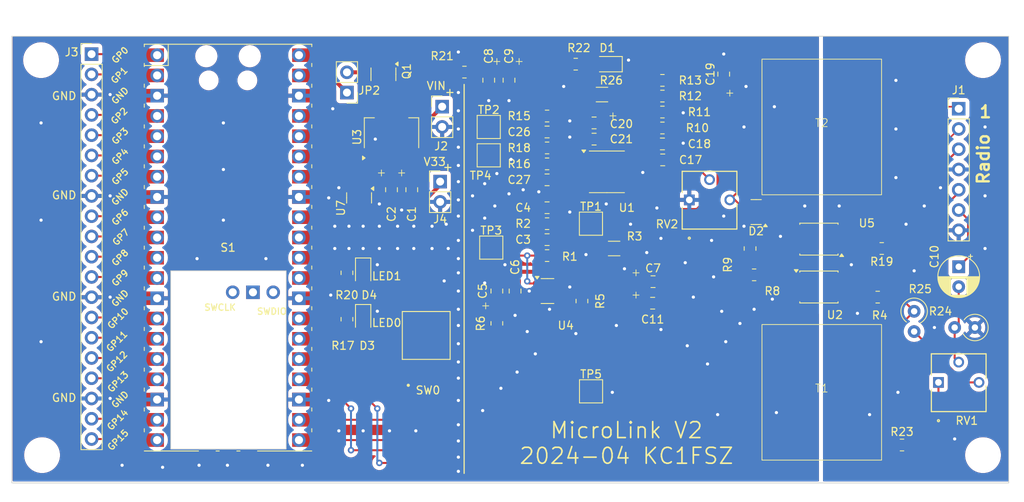
<source format=kicad_pcb>
(kicad_pcb (version 20240108) (generator "pcbnew") (generator_version "8.0")
  (layers (0 "F.Cu" signal) (31 "B.Cu" signal) (34 "B.Paste" user) (35 "F.Paste" user) (36 "B.SilkS" user "B.Silkscreen") (37 "F.SilkS" user "F.Silkscreen") (38 "B.Mask" user) (39 "F.Mask" user) (44 "Edge.Cuts" user))
  (net 0 "")
  (net 1 "+3.3VA")
  (net 2 "GNDA")
  (net 3 "Net-(C3-Pad1)")
  (net 4 "Net-(U1B--)")
  (net 5 "Net-(T1-SA)")
  (net 6 "Net-(C17-Pad1)")
  (net 7 "Net-(U1B-+)")
  (net 8 "Net-(C19-Pad1)")
  (net 9 "+5VA")
  (net 10 "/Audio Input/Vbias")
  (net 11 "Net-(C26-Pad1)")
  (net 12 "Net-(U1D--)")
  (net 13 "Net-(R13-Pad2)")
  (net 14 "Net-(U1A--)")
  (net 15 "Net-(D1-A)")
  (net 16 "RIG_GND")
  (net 17 "RIG_AF_IN")
  (net 18 "RIG_PTT")
  (net 19 "RIG_COS")
  (net 20 "SW0")
  (net 21 "Net-(U1C--)")
  (net 22 "GPIO_COS")
  (net 23 "GPIO_PTT")
  (net 24 "ADC0")
  (net 25 "Net-(J3-Pin_1)")
  (net 26 "Net-(U4-VOUT)")
  (net 27 "Net-(U1A-+)")
  (net 28 "Net-(R8-Pad2)")
  (net 29 "Net-(D3-A)")
  (net 30 "Net-(D4-A)")
  (net 31 "Net-(T1-AA)")
  (net 32 "Net-(D2-COM)")
  (net 33 "Net-(C10-Pad2)")
  (net 34 "RIG_AF_OUT+")
  (net 35 "RIG_AF_OUT-")
  (net 36 "Net-(S1-ADC_VREF)")
  (net 37 "LED0")
  (net 38 "Net-(R19-Pad2)")
  (net 39 "LED1")
  (net 40 "Net-(J3-Pin_2)")
  (net 41 "Net-(J3-Pin_4)")
  (net 42 "Net-(J3-Pin_5)")
  (net 43 "Net-(J3-Pin_6)")
  (net 44 "Net-(J3-Pin_7)")
  (net 45 "Net-(J3-Pin_9)")
  (net 46 "Net-(J3-Pin_10)")
  (net 47 "Net-(J3-Pin_11)")
  (net 48 "Net-(J3-Pin_12)")
  (net 49 "Net-(J3-Pin_14)")
  (net 50 "Net-(J3-Pin_15)")
  (net 51 "Net-(J3-Pin_16)")
  (net 52 "Net-(J3-Pin_17)")
  (net 53 "Net-(J3-Pin_19)")
  (net 54 "Net-(J3-Pin_20)")
  (net 55 "I2C0_SDA")
  (net 56 "I2C0_SCL")
  (net 61 "Net-(JP2-A)")
  (net 62 "Net-(Q1-G)")
  (net 63 "+3.3V")
  (net 64 "Net-(JP2-B)")
  (net 65 "Net-(R23-Pad2)")
  (net 66 "Net-(R25-Pad2)")
  (net 67 "Net-(C11-Pad1)")
  (net 69 "Net-(R15-Pad2)")
  (footprint "TestPoint:TestPoint_Pad_2.5x2.5mm" (layer "F.Cu") (at 177.8 55.372)
    (property "Reference" "TP2")
    (property "Value" "TestPoint")
  )
  (footprint "Package_TO_SOT_SMD:SOT-23" (layer "F.Cu") (at 211.328 66.04 180)
    (property "Reference" "D2")
    (property "Value" "BAT54S")
  )
  (footprint "bruce-footprints:CPOL_0805_2012Metric_Pad1.18x1.45mm_HandSolder" (layer "F.Cu") (at 165.608 63.241 -90)
    (property "Reference" "C2")
    (property "Value" "10u")
  )
  (footprint "Resistor_SMD:R_0805_2012Metric_Pad1.20x1.40mm_HandSolder" (layer "F.Cu") (at 174.752 48.4925)
    (property "Reference" "R21")
    (property "Value" "4.7")
  )
  (footprint "Resistor_SMD:R_0805_2012Metric_Pad1.20x1.40mm_HandSolder" (layer "F.Cu") (at 178.816 79.994 -90)
    (property "Reference" "R6")
    (property "Value" "10k")
  )
  (footprint "Resistor_SMD:R_0805_2012Metric_Pad1.20x1.40mm_HandSolder" (layer "F.Cu") (at 185.114 60)
    (property "Reference" "R16")
    (property "Value" "2.7k")
  )
  (footprint "bruce-footprints:CPOL_0805_2012Metric_Pad1.18x1.45mm_HandSolder" (layer "F.Cu") (at 168.148 63.241 -90)
    (property "Reference" "C1")
    (property "Value" "10u")
  )
  (footprint "bruce-footprints:CPOL_0805_2012Metric_Pad1.18x1.45mm_HandSolder" (layer "F.Cu") (at 180.34 49.5085 -90)
    (property "Reference" "C9")
    (property "Value" "47u")
  )
  (footprint "Capacitor_THT:CP_Radial_D5.0mm_P2.50mm" (layer "F.Cu") (at 236.728 72.898 -90)
    (property "Reference" "C10")
    (property "Value" "47u (Optional DC Block)")
  )
  (footprint "Resistor_SMD:R_0805_2012Metric_Pad1.20x1.40mm_HandSolder" (layer "F.Cu") (at 211.074 73.914)
    (property "Reference" "R8")
    (property "Value" "200")
  )
  (footprint "TestPoint:TestPoint_Pad_2.5x2.5mm" (layer "F.Cu") (at 177.8 58.928)
    (property "Reference" "TP4")
    (property "Value" "TestPoint")
  )
  (footprint "Connector_PinHeader_2.54mm:PinHeader_1x07_P2.54mm_Vertical" (layer "F.Cu") (at 236.728 53.086)
    (property "Reference" "J1")
    (property "Value" "Conn_01x07")
  )
  (footprint "Resistor_SMD:R_0805_2012Metric_Pad1.20x1.40mm_HandSolder" (layer "F.Cu") (at 160.02 73.66 -90)
    (property "Reference" "R20")
    (property "Value" "220")
  )
  (footprint "Resistor_SMD:R_0805_2012Metric_Pad1.20x1.40mm_HandSolder" (layer "F.Cu") (at 189.484 77.2 -90)
    (property "Reference" "R5")
    (property "Value" "10k")
  )
  (footprint "Resistor_SMD:R_1206_3216Metric_Pad1.30x1.75mm_HandSolder" (layer "F.Cu") (at 193.522 70.612)
    (property "Reference" "R3")
    (property "Value" "0R")
  )
  (footprint "Resistor_SMD:R_0805_2012Metric_Pad1.20x1.40mm_HandSolder" (layer "F.Cu") (at 229.616 95.25)
    (property "Reference" "R23")
    (property "Value" "0R")
  )
  (footprint "Capacitor_SMD:C_0805_2012Metric_Pad1.18x1.45mm_HandSolder" (layer "F.Cu") (at 181.102 75.946 90)
    (property "Reference" "C6")
    (property "Value" "0.1u")
  )
  (footprint "TestPoint:TestPoint_Pad_2.5x2.5mm" (layer "F.Cu") (at 190.614 67.5)
    (property "Reference" "TP1")
    (property "Value" "AF Out")
  )
  (footprint "Resistor_SMD:R_0805_2012Metric_Pad1.20x1.40mm_HandSolder" (layer "F.Cu") (at 185.114 54)
    (property "Reference" "R15")
    (property "Value" "1.5k")
  )
  (footprint "Resistor_SMD:R_1206_3216Metric_Pad1.30x1.75mm_HandSolder" (layer "F.Cu") (at 191.998 51.308 180)
    (property "Reference" "R26")
    (property "Value" "0R")
  )
  (footprint "Capacitor_SMD:C_0805_2012Metric_Pad1.18x1.45mm_HandSolder" (layer "F.Cu") (at 185.114 69.5)
    (property "Reference" "C3")
    (property "Value" "22n")
  )
  (footprint "Resistor_THT:R_Axial_DIN0309_L9.0mm_D3.2mm_P2.54mm_Vertical" (layer "F.Cu") (at 231.14 78.486 -90)
    (property "Reference" "R25")
    (property "Value" "33k")
  )
  (footprint "bruce-footprints:POT_3362P" (layer "F.Cu") (at 202.946 64.516)
    (property "Reference" "RV2")
    (property "Value" "10k")
  )
  (footprint "Resistor_SMD:R_0805_2012Metric_Pad1.20x1.40mm_HandSolder" (layer "F.Cu") (at 199.5765 51.5 180)
    (property "Reference" "R12")
    (property "Value" "2.2k")
  )
  (footprint "Capacitor_SMD:C_0805_2012Metric_Pad1.18x1.45mm_HandSolder" (layer "F.Cu") (at 191.008 56.896 180)
    (property "Reference" "C21")
    (property "Value" "0.1u")
  )
  (footprint "Resistor_SMD:R_0805_2012Metric_Pad1.20x1.40mm_HandSolder" (layer "F.Cu") (at 185.114 71.5 180)
    (property "Reference" "R1")
    (property "Value" "1.5k")
  )
  (footprint "MountingHole:MountingHole_4mm" (layer "F.Cu") (at 121.666 46.99)
    (property "Reference" "H3" (hide yes))
    (property "Value" "MountingHole")
  )
  (footprint "bruce-footprints:CPOL_0805_2012Metric_Pad1.18x1.45mm_HandSolder" (layer "F.Cu") (at 198.3525 77.47)
    (property "Reference" "C11")
    (property "Value" "47u")
  )
  (footprint "Capacitor_SMD:C_0805_2012Metric_Pad1.18x1.45mm_HandSolder" (layer "F.Cu") (at 185.114 62 180)
    (property "Reference" "C27")
    (property "Value" "10n")
  )
  (footprint "Capacitor_SMD:C_0805_2012Metric_Pad1.18x1.45mm_HandSolder" (layer "F.Cu") (at 199.614 59.5 180)
    (property "Reference" "C17")
    (property "Value" "1u")
  )
  (footprint "MountingHole:MountingHole_4mm" (layer "F.Cu") (at 239.776 46.99)
    (property "Reference" "H2" (hide yes))
    (property "Value" "MountingHole")
  )
  (footprint "Resistor_SMD:R_0805_2012Metric_Pad1.20x1.40mm_HandSolder" (layer "F.Cu") (at 199.5765 55.5 180)
    (property "Reference" "R10")
    (property "Value" "330k 1%")
  )
  (footprint "TestPoint:TestPoint_Pad_2.5x2.5mm" (layer "F.Cu") (at 190.627 88.519)
    (property "Reference" "TP5")
    (property "Value" "TestPoint")
  )
  (footprint "Connector_PinHeader_2.54mm:PinHeader_1x20_P2.54mm_Vertical" (layer "F.Cu") (at 128 46.24)
    (property "Reference" "J3")
    (property "Value" "Conn_01x20")
  )
  (footprint "bruce-footprints:CheapAudioTransformer" (layer "F.Cu") (at 219.558 88.646)
    (property "Reference" "T1")
    (property "Value" "Transformer_1P_1S")
  )
  (footprint "Package_TO_SOT_SMD:SOT-23" (layer "F.Cu") (at 161.544 64.262 -90)
    (property "Reference" "U7")
    (property "Value" "LM4040DBZ-3")
  )
  (footprint "Resistor_SMD:R_0805_2012Metric_Pad1.20x1.40mm_HandSolder" (layer "F.Cu") (at 185.114 58 180)
    (property "Reference" "R18")
    (property "Value" "0R")
  )
  (footprint "MountingHole:MountingHole_4mm" (layer "F.Cu") (at 121.793 96.52)
    (property "Reference" "H4" (hide yes))
    (property "Value" "MountingHole")
  )
  (footprint "bruce-footprints:CPOL_0805_2012Metric_Pad1.18x1.45mm_HandSolder" (layer "F.Cu") (at 178.816 75.946 90)
    (property "Reference" "C5")
    (property "Value" "47u")
  )
  (footprint "Package_SO:SO-4_4.4x3.6mm_P2.54mm" (layer "F.Cu") (at 219.202 75.438)
    (property "Reference" "U2")
    (property "Value" "LTV-356T")
  )
  (footprint "MountingHole:MountingHole_4mm" (layer "F.Cu") (at 239.776 96.52)
    (property "Reference" "H1" (hide yes))
    (property "Value" "MountingHole")
  )
  (footprint "Package_SO:TSSOP-14_4.4x5mm_P0.65mm" (layer "F.Cu") (at 192.614 61)
    (property "Reference" "U1")
    (property "Value" "LMV324 (Actually LTV9161)")
  )
  (footprint "Connector_PinHeader_2.54mm:PinHeader_1x02_P2.54mm_Vertical" (layer "F.Cu") (at 160.02 51.059 180)
    (property "Reference" "JP2")
    (property "Value" "Jumper_2_Bridged")
  )
  (footprint "Resistor_SMD:R_0805_2012Metric_Pad1.20x1.40mm_HandSolder" (layer "F.Cu") (at 199.5765 49.53)
    (property "Reference" "R13")
    (property "Value" "2.2k")
  )
  (footprint "LED_SMD:LED_0805_2012Metric_Pad1.15x1.40mm_HandSolder" (layer "F.Cu") (at 192.681 47.498 180)
    (property "Reference" "D1")
    (property "Value" "Red")
  )
  (footprint "Resistor_SMD:R_0805_2012Metric_Pad1.20x1.40mm_HandSolder" (layer "F.Cu") (at 160.02 79.477 -90)
    (property "Reference" "R17")
    (property "Value" "220")
  )
  (footprint "bruce-footprints:CPOL_0805_2012Metric_Pad1.18x1.45mm_HandSolder" (layer "F.Cu") (at 191.008 54.864 180)
    (property "Reference" "C20")
    (property "Value" "47u")
  )
  (footprint "Resistor_SMD:R_0805_2012Metric_Pad1.20x1.40mm_HandSolder" (layer "F.Cu") (at 199.5765 53.5)
    (property "Reference" "R11")
    (property "Value" "270k 1%")
  )
  (footprint "Resistor_SMD:R_0805_2012Metric_Pad1.20x1.40mm_HandSolder" (layer "F.Cu") (at 185.114 67.5)
    (property "Reference" "R2")
    (property "Value" "2.7k")
  )
  (footprint "Resistor_SMD:R_0805_2012Metric_Pad1.20x1.40mm_HandSolder" (layer "F.Cu") (at 226.568 76.708 180)
    (property "Reference" "R4")
    (property "Value" "570")
  )
  (footprint "bruce-footprints:CPOL_0805_2012Metric_Pad1.18x1.45mm_HandSolder" (layer "F.Cu") (at 198.4025 74.77)
    (property "Reference" "C7")
    (property "Value" "47u")
  )
  (footprint "Package_TO_SOT_SMD:SOT-23-3" (layer "F.Cu") (at 164.592 48.768 -90)
    (property "Reference" "Q1")
    (property "Value" "DMG2305UX-13")
  )
  (footprint "Connector_PinHeader_2.54mm:PinHeader_1x02_P2.54mm_Vertical" (layer "F.Cu") (at 171.958 52.827)
    (property "Reference" "J2")
    (property "Value" "5-12V Supply")
  )
  (footprint "Capacitor_SMD:C_0805_2012Metric_Pad1.18x1.45mm_HandSolder" (layer "F.Cu") (at 185.114 65.5 180)
    (property "Reference" "C4")
    (property "Value" "10n")
  )
  (footprint "Resistor_SMD:R_0805_2012Metric_Pad1.20x1.40mm_HandSolder" (layer "F.Cu") (at 227.076 70.612 180)
    (property "Reference" "R19")
    (property "Value" "220")
  )
  (footprint "bruce-footprints:SW_TS04-66-55-BK-160-SMT" (layer "F.Cu") (at 169.962 81.512 90)
    (property "Reference" "SW0")
    (property "Value" "TS04-66-55-BK-160-SMT")
  )
  (footprint "bruce-footprints:CPOL_0805_2012Metric_Pad1.18x1.45mm_HandSolder" (layer "F.Cu") (at 207.264 48.7465 90)
    (property "Reference" "C19")
    (property "Value" "47u")
  )
  (footprint "Capacitor_SMD:C_0805_2012Metric_Pad1.18x1.45mm_HandSolder" (layer "F.Cu") (at 185.114 56)
    (property "Reference" "C26")
    (property "Value" "22n")
  )
  (footprint "Resistor_SMD:R_0805_2012Metric_Pad1.20x1.40mm_HandSolder" (layer "F.Cu") (at 188.706 47.498)
    (property "Reference" "R22")
    (property "Value" "220")
  )
  (footprint "bruce-footprints:CPOL_0805_2012Metric_Pad1.18x1.45mm_HandSolder" (layer "F.Cu") (at 177.8 49.5085 -90)
    (property "Reference" "C8")
    (property "Value" "47u")
  )
  (footprint "Package_TO_SOT_SMD:SOT-23-6" (layer "F.Cu") (at 185.164 75.946)
    (property "Reference" "U4")
    (property "Value" "MCP4725xxx-xCH")
  )
  (footprint "bruce-footprints:POT_3362P" (layer "F.Cu") (at 234.188 87.4014)
    (property "Reference" "RV1")
    (property "Value" "10k")
  )
  (footprint "TestPoint:TestPoint_Pad_2.5x2.5mm" (layer "F.Cu") (at 178.114 70.5)
    (property "Reference" "TP3")
    (property "Value" "TestPoint")
  )
  (footprint "Connector_PinHeader_2.54mm:PinHeader_1x02_P2.54mm_Vertical" (layer "F.Cu") (at 171.704 62.225)
    (property "Reference" "J4")
    (property "Value" "Conn_01x02")
  )
  (footprint "Package_TO_SOT_SMD:SOT-223-3_TabPin2" (layer "F.Cu") (at 165.608 56.129 90)
    (property "Reference" "U3")
    (property "Value" "NCP1117-3.3_SOT223")
  )
  (footprint "Capacitor_SMD:C_0805_2012Metric_Pad1.18x1.45mm_HandSolder" (layer "F.Cu") (at 199.5765 57.5)
    (property "Reference" "C18")
    (property "Value" "0.1u")
  )
  (footprint "Resistor_THT:R_Axial_DIN0309_L9.0mm_D3.2mm_P2.54mm_Vertical" (layer "F.Cu") (at 238.76 80.518 180)
    (property "Reference" "R24")
    (property "Value" "1k")
  )
  (footprint "Resistor_SMD:R_0805_2012Metric_Pad1.20x1.40mm_HandSolder" (layer "F.Cu") (at 210.566 70.612 -90)
    (property "Reference" "R9")
    (property "Value" "1k")
  )
  (footprint "LED_SMD:LED_0805_2012Metric_Pad1.15x1.40mm_HandSolder" (layer "F.Cu") (at 162.052 73.66 -90)
    (property "Reference" "D4")
    (property "Value" "Green")
  )
  (footprint "bruce-footprints:CheapAudioTransformer" (layer "F.Cu") (at 219.558 55.372)
    (property "Reference" "T2")
    (property "Value" "Transformer_1P_1S")
  )
  (footprint "Package_SO:SO-4_4.4x3.6mm_P2.54mm" (layer "F.Cu") (at 219.202 69.438 180)
    (property "Reference" "U5")
    (property "Value" "LTV-356T")
  )
  (footprint "LED_SMD:LED_0805_2012Metric_Pad1.15x1.40mm_HandSolder" (layer "F.Cu") (at 162.052 79.493 -90)
    (property "Reference" "D3")
    (property "Value" "Blue")
  )
  (footprint "bruce-footprints:RPi_PicoW_SMD_TH" (layer "F.Cu") (at 145.11 70.5)
    (property "Reference" "S1")
    (property "Value" "~")
  )
  (gr_line (start 174.714 50.038) (end 174.714 98.806) (stroke (width 0.15)) (layer "F.SilkS"))
  (gr_rect (start 137.922 73.406) (end 152.4 95.758) (stroke (width 0.1)) (fill none) (layer "Edge.Cuts"))
  (gr_rect (start 118 44) (end 243 100) (stroke (width 0.1)) (fill none) (layer "Edge.Cuts"))
  (gr_text "VIN" (at 169.926 50.8 0) (layer "F.SilkS") (effects (font (size 1 1)) (justify left bottom)))
  (gr_text "GND" (at 122.936 52.07 0) (layer "F.SilkS") (effects (font (size 1 1)) (justify left bottom)))
  (gr_text "GND" (at 122.936 77.216 0) (layer "F.SilkS") (effects (font (size 1 1)) (justify left bottom)))
  (gr_text "GND" (at 122.936 64.516 0) (layer "F.SilkS") (effects (font (size 1 1)) (justify left bottom)))
  (gr_text "LED0" (at 163.068 80.518 0) (layer "F.SilkS") (effects (font (size 1 1)) (justify left bottom)))
  (gr_text "LED1" (at 163.068 74.66 0) (layer "F.SilkS") (effects (font (size 1 1)) (justify left bottom)))
  (gr_text "+" (at 171.958 60.96 0) (layer "F.SilkS") (effects (font (size 1 1)) (justify left bottom)))
  (gr_text "GND" (at 122.936 89.916 0) (layer "F.SilkS") (effects (font (size 1 1)) (justify left bottom)))
  (gr_text "1" (at 239.168 54.356 0) (layer "F.SilkS") (effects (font (size 1.5 1.5) (thickness 0.3) (bold yes)) (justify left bottom)))
  (gr_text "+" (at 172.212 51.562 0) (layer "F.SilkS") (effects (font (size 1 1)) (justify left bottom)))
  (gr_text "Radio" (at 240.692 62.738 90) (layer "F.SilkS") (effects (font (size 1.5 1.5) (thickness 0.3) (bold yes)) (justify left bottom)))
  (gr_text "MicroLink V2\n2024-04 KC1FSZ" (at 195.072 97.79 0) (layer "F.SilkS") (effects (font (size 2 2) (thickness 0.2)) (justify bottom)))
  (gr_text "V33" (at 169.545 60.325 0) (layer "F.SilkS") (effects (font (size 1 1)) (justify left bottom)))
  (segment (start 177.7785 48.4925) (end 177.8 48.471) (width 0.5) (layer "F.Cu") (net 1))
  (segment (start 176.315 73.875) (end 176.315 76.747) (width 0.5) (layer "F.Cu") (net 1))
  (segment (start 191.984 61) (end 192.0455 60.9385) (width 0.5) (layer "F.Cu") (net 1))
  (segment (start 201.482082 55.5) (end 206.6091 60.627018) (width 0.5) (layer "F.Cu") (net 1))
  (segment (start 177.517082 73.445) (end 176.745 73.445) (width 0.5) (layer "F.Cu") (net 1))
  (segment (start 189.809878 48.648) (end 188.856 48.648) (width 0.5) (layer "F.Cu") (net 1))
  (segment (start 206.6091 60.627018) (end 206.6091 63.0991) (width 0.5) (layer "F.Cu") (net 1))
  (segment (start 203.9222 65.786) (end 201.676 65.786) (width 0.5) (layer "F.Cu") (net 1))
  (segment (start 203.9222 65.786) (end 207.5502 69.414) (width 0.5) (layer "F.Cu") (net 1))
  (segment (start 180.34 48.471) (end 185.6525 48.471) (width 0.5) (layer "F.Cu") (net 1))
  (segment (start 177.605082 73.533) (end 177.517082 73.445) (width 0.5) (layer "F.Cu") (net 1))
  (segment (start 192.0455 60.9385) (end 192.0455 54.864) (width 0.5) (layer "F.Cu") (net 1))
  (segment (start 192.0455 54.864) (end 192.0455 50.883622) (width 0.5) (layer "F.Cu") (net 1))
  (segment (start 188.856 48.648) (end 187.706 47.498) (width 0.5) (layer "F.Cu") (net 1))
  (segment (start 210.566 69.612) (end 212.388 69.612) (width 0.5) (layer "F.Cu") (net 1))
  (segment (start 189.7515 61) (end 191.516 61) (width 0.5) (layer "F.Cu") (net 1))
  (segment (start 214.696 65.09) (end 212.4655 65.09) (width 0.5) (layer "F.Cu") (net 1))
  (segment (start 207.5502 69.414) (end 210.074 69.414) (width 0.5) (layer "F.Cu") (net 1))
  (segment (start 206.6091 63.0991) (end 203.9222 65.786) (width 0.5) (layer "F.Cu") (net 1))
  (segment (start 214.884 65.278) (end 214.696 65.09) (width 0.5) (layer "F.Cu") (net 1))
  (segment (start 191.516 61) (end 191.984 61) (width 0.5) (layer "F.Cu") (net 1))
  (segment (start 176.745 73.445) (end 176.315 73.875) (width 0.5) (layer "F.Cu") (net 1))
  (segment (start 178.816 78.994) (end 178.816 76.9835) (width 0.5) (layer "F.Cu") (net 1))
  (segment (start 185.6525 48.471) (end 186.6255 47.498) (width 0.5) (layer "F.Cu") (net 1))
  (segment (start 201.676 65.786) (end 199.898 64.008) (width 0.5) (layer "F.Cu") (net 1))
  (segment (start 177.8 48.471) (end 180.34 48.471) (width 0.5) (layer "F.Cu") (net 1))
  (segment (start 194.524 64.008) (end 199.898 64.008) (width 0.5) (layer "F.Cu") (net 1))
  (segment (start 200.5765 55.5) (end 201.482082 55.5) (width 0.5) (layer "F.Cu") (net 1))
  (segment (start 176.628 77.06) (end 178.816 77.06) (width 0.5) (layer "F.Cu") (net 1))
  (segment (start 215.646 66.354) (end 215.646 65.278) (width 0.5) (layer "F.Cu") (net 1))
  (segment (start 178.816 76.9835) (end 181.102 76.9835) (width 0.5) (layer "F.Cu") (net 1))
  (segment (start 191.321106 73.533) (end 177.605082 73.533) (width 0.5) (layer "F.Cu") (net 1))
  (segment (start 189.484 76.2) (end 189.484 75.370106) (width 0.5) (layer "F.Cu") (net 1))
  (segment (start 193.528 63.012) (end 193.528 71.326106) (width 0.5) (layer "F.Cu") (net 1))
  (segment (start 194.524 64.008) (end 193.528 63.012) (width 0.5) (layer "F.Cu") (net 1))
  (segment (start 175.752 48.4925) (end 177.7785 48.4925) (width 0.5) (layer "F.Cu") (net 1))
  (segment (start 192.0455 59.443499) (end 192.0455 56.896) (width 0) (layer "F.Cu") (net 1))
  (segment (start 189.484 75.370106) (end 191.321106 73.533) (width 0.5) (layer "F.Cu") (net 1))
  (segment (start 212.388 69.612) (end 215.646 66.354) (width 0.5) (layer "F.Cu") (net 1))
  (segment (start 186.6255 47.498) (end 187.706 47.498) (width 0.5) (layer "F.Cu") (net 1))
  (segment (start 193.528 63.012) (end 191.516 61) (width 0.5) (layer "F.Cu") (net 1))
  (segment (start 181.102 76.9835) (end 183.939 76.9835) (width 0.5) (layer "F.Cu") (net 1))
  (segment (start 193.528 71.326106) (end 191.321106 73.533) (width 0.5) (layer "F.Cu") (net 1))
  (segment (start 215.646 65.278) (end 214.884 65.278) (width 0.5) (layer "F.Cu") (net 1))
  (segment (start 176.315 76.747) (end 176.628 77.06) (width 0.5) (layer "F.Cu") (net 1))
  (segment (start 183.939 76.9835) (end 184.0265 76.896) (width 0.5) (layer "F.Cu") (net 1))
  (segment (start 192.0455 50.883622) (end 189.809878 48.648) (width 0.5) (layer "F.Cu") (net 1))
  (segment (start 189.64 54.61) (end 189.894 54.864) (width 0.25) (layer "F.Cu") (net 2))
  (segment (start 172.212 86.062) (end 172.212 76.962) (width 0.25) (layer "F.Cu") (net 2))
  (segment (start 186.3015 74.996) (end 187.518 74.996) (width 0.25) (layer "F.Cu") (net 2))
  (segment (start 189.7165 56.642) (end 189.9705 56.896) (width 0.25) (layer "F.Cu") (net 2))
  (segment (start 182.88 75.946) (end 182.1395 75.946) (width 0.25) (layer "F.Cu") (net 2))
  (segment (start 195.4765 61.65) (end 195.4765 61) (width 0.25) (layer "F.Cu") (net 2))
  (segment (start 197.114 61) (end 197.114 61.075) (width 0.25) (layer "F.Cu") (net 2))
  (segment (start 184.0765 62) (end 184.0765 65.5) (width 0.25) (layer "F.Cu") (net 2))
  (segment (start 182.1395 75.946) (end 181.102 74.9085) (width 0.25) (layer "F.Cu") (net 2))
  (segment (start 181.0255 74.832) (end 181.102 74.9085) (width 0.25) (layer "F.Cu") (net 2))
  (segment (start 166.878 65.625) (end 168.148 64.355) (width 0.25) (layer "F.Cu") (net 2))
  (segment (start 200.5765 53.5) (end 200.614 53.5) (width 0.25) (layer "F.Cu") (net 2))
  (segment (start 165.608 64.355) (end 168.148 64.355) (width 0.25) (layer "F.Cu") (net 2))
  (segment (start 195.4765 61) (end 197.114 61) (width 0.25) (layer "F.Cu") (net 2))
  (segment (start 166.878 65.786) (end 166.878 65.625) (width 0.25) (layer "F.Cu") (net 2))
  (segment (start 182.88 75.946) (end 184.0265 75.946) (width 0.25) (layer "F.Cu") (net 2))
  (segment (start 200.614 57.5) (end 201.114 57.5) (width 0.25) (layer "F.Cu") (net 2))
  (segment (start 164.939 65.024) (end 165.608 64.355) (width 0.25) (layer "F.Cu") (net 2))
  (segment (start 187.518 74.996) (end 187.96 75.438) (width 0.25) (layer "F.Cu") (net 2))
  (segment (start 164.084 65.024) (end 164.939 65.024) (width 0.25) (layer "F.Cu") (net 2))
  (via (at 202.184 53.594) (size 0.8) (drill 0.4) (layers "F.Cu" "B.Cu") (net 2))
  (via (at 177.292 62.484) (size 0.8) (drill 0.4) (layers "F.Cu" "B.Cu") (net 2))
  (via (at 180.34 63.754) (size 0.8) (drill 0.4) (layers "F.Cu" "B.Cu") (net 2))
  (via (at 154.432 97.79) (size 0.8) (drill 0.4) (layers "F.Cu" "B.Cu") (net 2))
  (via (at 162.052 93.472) (size 0.8) (drill 0.4) (layers "F.Cu" "B.Cu") (net 2))
  (via (at 162.052 70.612) (size 0.8) (drill 0.4) (layers "F.Cu" "B.Cu") (net 2))
  (via (at 170.688 67.818) (size 0.8) (drill 0.4) (layers "F.Cu" "B.Cu") (net 2))
  (via (at 168.656 93.472) (size 0.8) (drill 0.4) (layers "F.Cu" "B.Cu") (net 2))
  (via (at 173.99 51.054) (size 0.8) (drill 0.4) (layers "F.Cu" "B.Cu") (net 2))
  (via (at 187.96 56.642) (size 0.8) (drill 0.4) (layers "F.Cu" "B.Cu") (net 2))
  (via (at 189.992 71.374) (size 0.8) (drill 0.4) (layers "F.Cu" "B.Cu") (net 2))
  (via (at 188.722 81.28) (size 0.8) (drill 0.4) (layers "F.Cu" "B.Cu") (net 2))
  (via (at 173.99 62.23) (size 0.8) (drill 0.4) (layers "F.Cu" "B.Cu") (net 2))
  (via (at 173.99 98.552) (size 0.8) (drill 0.4) (layers "F.Cu" "B.Cu") (net 2))
  (via (at 195.326 46.99) (size 0.8) (drill 0.4) (layers "F.Cu" "B.Cu") (net 2))
  (via (at 173.99 60.198) (size 0.8) (drill 0.4) (layers "F.Cu" "B.Cu") (net 2))
  (via (at 202.184 57.404) (size 0.8) (drill 0.4) (layers "F.Cu" "B.Cu") (net 2))
  (via (at 164.084 65.024) (size 0.8) (drill 0.4) (layers "F.Cu" "B.Cu") (net 2))
  (via (at 192.532 65.024) (size 0.8) (drill 0.4) (layers "F.Cu" "B.Cu") (net 2))
  (via (at 168.402 70.612) (size 0.8) (drill 0.4) (layers "F.Cu" "B.Cu") (net 2))
  (via (at 187.96 75.438) (size 0.8) (drill 0.4) (layers "F.Cu" "B.Cu") (net 2))
  (via (at 175.768 64.008) (size 0.8) (drill 0.4) (layers "F.Cu" "B.Cu") (net 2))
  (via (at 173.99 82.55) (size 0.8) (drill 0.4) (layers "F.Cu" "B.Cu") (net 2))
  (via (at 177.292 74.93) (size 0.8) (drill 0.4) (layers "F.Cu" "B.Cu") (net 2))
  (via (at 150.114 97.79) (size 0.8) (drill 0.4) (layers "F.Cu" "B.Cu") (net 2))
  (via (at 157.734 89.662) (size 0.8) (drill 0.4) (layers "F.Cu" "B.Cu") (net 2))
  (via (at 173.99 86.868) (size 0.8) (drill 0.4) (layers "F.Cu" "B.Cu") (net 2))
  (via (at 158.496 70.612) (size 0.8) (drill 0.4) (layers "F.Cu" "B.Cu") (net 2))
  (via (at 173.99 57.912) (size 0.8) (drill 0.4) (layers "F.Cu" "B.Cu") (net 2))
  (via (at 193.294 88.646) (size 0.8) (drill 0.4) (layers "F.Cu" "B.Cu") (net 2))
  (via (at 131.826 97.79) (size 0.8) (drill 0.4) (layers "F.Cu" "B.Cu") (net 2))
  (via (at 164.084 70.612) (size 0.8) (drill 0.4) (layers "F.Cu" "B.Cu") (net 2))
  (via (at 194.818 73.152) (size 0.8) (drill 0.4) (layers "F.Cu" "B.Cu") (net 2))
  (via (at 172.212 74.676) (size 0.8) (drill 0.4) (layers "F.Cu" "B.Cu") (net 2))
  (via (at 177.292 66.802) (size 0.8) (drill 0.4) (layers "F.Cu" "B.Cu") (net 2))
  (via (at 144.526 54.864) (size 0.8) (drill 0.4) (layers "F.Cu" "B.Cu") (net 2))
  (via (at 207.01 78.486) (size 0.8) (drill 0.4) (layers "F.Cu" "B.Cu") (net 2))
  (via (at 160.274 67.818) (size 0.8) (drill 0.4) (layers "F.Cu" "B.Cu") (net 2))
  (via (at 205.232 85.09) (size 0.8) (drill 0.4) (layers "F.Cu" "B.Cu") (net 2))
  (via (at 173.99 71.882) (size 0.8) (drill 0.4) (layers "F.Cu" "B.Cu") (net 2))
  (via (at 130.326 51.308) (size 0.8) (drill 0.4) (layers "F.Cu" "B.Cu") (net 2))
  (via (at 202.438 72.39) (size 0.8) (drill 0.4) (layers "F.Cu" "B.Cu") (net 2))
  (via (at 207.264 66.548) (size 0.8) (drill 0.4) (layers "F.Cu" "B.Cu") (net 2))
  (via (at 163.83 78.477) (size 0.8) (drill 0.4) (layers "F.Cu" "B.Cu") (net 2))
  (via (at 213.868 91.186) (size 0.8) (drill 0.4) (layers "F.Cu" "B.Cu") (net 2))
  (via (at 180.594 59.436) (size 0.8) (drill 0.4) (layers "F.Cu" "B.Cu") (net 2))
  (via (at 199.39 69.342) (size 0.8) (drill 0.4) (layers "F.Cu" "B.Cu") (net 2))
  (via (at 166.878 65.786) (size 0.8) (drill 0.4) (layers "F.Cu" "B.Cu") (net 2))
  (via (at 213.36 76.962) (size 0.8) (drill 0.4) (layers "F.Cu" "B.Cu") (net 2))
  (via (at 173.99 92.71) (size 0.8) (drill 0.4) (layers "F.Cu" "B.Cu") (net 2))
  (via (at 187.96 54.61) (size 0.8) (drill 0.4) (layers "F.Cu" "B.Cu") (net 2))
  (via (at 199.39 80.772) (size 0.8) (drill 0.4) (layers "F.Cu" "B.Cu") (net 2))
  (via (at 149.86 71.882) (size 0.8) (drill 0.4) (layers "F.Cu" "B.Cu") (net 2))
  (via (at 179.832 72.644) (size 0.8) (drill 0.4) (layers "F.Cu" "B.Cu") (net 2))
  (via (at 141.478 97.79) (size 0.8) (drill 0.4) (layers "F.Cu" "B.Cu") (net 2))
  (via (at 193.802 80.264) (size 0.8) (drill 0.4) (layers "F.Cu" "B.Cu") (net 2))
  (via (at 177.8 52.07) (size 0.8) (drill 0.4) (layers "F.Cu" "B.Cu") (net 2))
  (via (at 173.99 45.974) (size 0.8) (drill 0.4) (layers "F.Cu" "B.Cu") (net 2))
  (via (at 141.224 71.882) (size 0.8) (drill 0.4) (layers "F.Cu" "B.Cu") (net 2))
  (via (at 207.264 46.228) (size 0.8) (drill 0.4) (layers "F.Cu" "B.Cu") (net 2))
  (via (at 213.614 52.832) (size 0.8) (drill 0.4) (layers "F.Cu" "B.Cu") (net 2))
  (via (at 197.612 71.12) (size 0.8) (drill 0.4) (layers "F.Cu" "B.Cu") (net 2))
  (via (at 160.274 70.612) (size 0.8) (drill 0.4) (layers "F.Cu" "B.Cu") (net 2))
  (via (at 178.562 65.278) (size 0.8) (drill 0.4) (layers "F.Cu" "B.Cu") (net 2))
  (via (at 197.114 61.075) (size 0.8) (drill 0.4) (layers "F.Cu" "B.Cu") (net 2))
  (via (at 187.96 66.04) (size 0.8) (drill 0.4) (layers "F.Cu" "B.Cu") (net 2))
  (via (at 181.102 78.994) (size 0.8) (drill 0.4) (layers "F.Cu" "B.Cu") (net 2))
  (via (at 180.34 52.07) (size 0.8) (drill 0.4) (layers "F.Cu" "B.Cu") (net 2))
  (via (at 214.376 69.088) (size 0.8) (drill 0.4) (layers "F.Cu" "B.Cu") (net 2))
  (via (at 173.99 73.66) (size 0.8) (drill 0.4) (layers "F.Cu" "B.Cu") (net 2))
  (via (at 173.99 55.626) (size 0.8) (drill 0.4) (layers "F.Cu" "B.Cu") (net 2))
  (via (at 209.296 80.01) (size 0.8) (drill 0.4) (layers "F.Cu" "B.Cu") (net 2))
  (via (at 184.0765 63.5) (size 0.8) (drill 0.4) (layers "F.Cu" "B.Cu") (net 2))
  (via (at 182.626 81.026) (size 0.8) (drill 0.4) (layers "F.Cu" "B.Cu") (net 2))
  (via (at 166.37 67.818) (size 0.8) (drill 0.4) (layers "F.Cu" "B.Cu") (net 2))
  (via (at 205.74 69.596) (size 0.8) (drill 0.4) (layers "F.Cu" "B.Cu") (net 2))
  (via (at 183.642 83.82) (size 0.8) (drill 0.4) (layers "F.Cu" "B.Cu") (net 2))
  (via (at 182.118 63.246) (size 0.8) (drill 0.4) (layers "F.Cu" "B.Cu") (net 2))
  (via (at 217.424 65.278) (size 0.8) (drill 0.4) (layers "F.Cu" "B.Cu") (net 2))
  (via (at 121.666 54.864) (size 0.8) (drill 0.4) (layers "F.Cu" "B.Cu") (net 2))
  (via (at 145.034 97.79) (size 0.8) (drill 0.4) (layers "F.Cu" "B.Cu") (net 2))
  (via (at 136.906 98.044) (size 0.8) (drill 0.4) (layers "F.Cu" "B.Cu") (net 2))
  (via (at 173.99 89.662) (size 0.8) (drill 0.4) (layers "F.Cu" "B.Cu") (net 2))
  (via (at 158.496 67.818) (size 0.8) (drill 0.4) (layers "F.Cu" "B.Cu") (net 2))
  (via (at 173.99 64.516) (size 0.8) (drill 0.4) (layers "F.Cu" "B.Cu") (net 2))
  (via (at 172.72 70.612) (size 0.8) (drill 0.4) (layers "F.Cu" "B.Cu") (net 2))
  (via (at 209.804 67.818) (size 0.8) (drill 0.4) (layers "F.Cu" "B.Cu") (net 2))
  (via (at 170.688 70.612) (size 0.8) (drill 0.4) (layers "F.Cu" "B.Cu") (net 2))
  (via (at 159.004 62.992) (size 0.8) (drill 0.4) (layers "F.Cu" "B.Cu") (net 2))
  (via (at 173.99 96.774) (size 0.8) (drill 0.4) (layers "F.Cu" "B.Cu") (net 2))
  (via (at 172.466 67.564) (size 0.8) (drill 0.4) (layers "F.Cu" "B.Cu") (net 2))
  (via (at 158.242 53.086) (size 0.8) (drill 0.4) (layers "F.Cu" "B.Cu") (net 2))
  (via (at 210.058 50.292) (size 0.8) (drill 0.4) (layers "F.Cu" "B.Cu") (net 2))
  (via (at 187.198 50.292) (size 0.8) (drill 0.4) (layers "F.Cu" "B.Cu") (net 2))
  (via (at 181.356 86.106) (size 0.8) (drill 0.4) (layers "F.Cu" "B.Cu") (net 2))
  (via (at 173.99 80.264) (size 0.8) (drill 0.4) (layers "F.Cu" "B.Cu") (net 2))
  (via (at 121.666 67.056) (size 0.8) (drill 0.4) (layers "F.Cu" "B.Cu") (net 2))
  (via (at 179.324 88.138) (size 0.8) (drill 0.4) (layers "F.Cu" "B.Cu") (net 2))
  (via (at 198.882 65.532) (size 0.8) (drill 0.4) (layers "F.Cu" "B.Cu") (net 2))
  (via (at 205.994 74.168) (size 0.8) (drill 0.4) (layers "F.Cu" "B.Cu") (net 2))
  (via (at 203.454 76.708) (size 0.8) (drill 0.4) (layers "F.Cu" "B.Cu") (net 2))
  (via (at 177.038 90.932) (size 0.8) (drill 0.4) (layers "F.Cu" "B.Cu") (net 2))
  (via (at 159.004 93.472) (size 0.8) (drill 0.4) (layers "F.Cu" "B.Cu") (net 2))
  (via (at 130.326 89.408) (size 0.8) (drill 0.4) (layers "F.Cu" "B.Cu") (net 2))
  (via (at 164.084 67.818) (size 0.8) (drill 0.4) (layers "F.Cu" "B.Cu") (net 2))
  (via (at 209.804 55.372) (size 0.8) (drill 0.4) (layers "F.Cu" "B.Cu") (net 2))
  (via (at 175.768 68.326) (size 0.8) (drill 0.4) (layers "F.Cu" "B.Cu") (net 2))
  (via (at 130.326 64.008) (size 0.8) (drill 0.4) (layers "F.Cu" "B.Cu") (net 2))
  (via (at 162.052 67.818) (size 0.8) (drill 0.4) (layers "F.Cu" "B.Cu") (net 2))
  (via (at 173.99 66.548) (size 0.8) (drill 0.4) (layers "F.Cu" "B.Cu") (net 2))
  (via (at 202.692 82.804) (size 0.8) (drill 0.4) (layers "F.Cu" "B.Cu") (net 2))
  (via (at 211.074 78.232) (size 0.8) (drill 0.4) (layers "F.Cu" "B.Cu") (net 2))
  (via (at 173.99 75.946) (size 0.8) (drill 0.4) (layers "F.Cu" "B.Cu") (net 2))
  (via (at 163.83 72.644) (size 0.8) (drill 0.4) (layers "F.Cu" "B.Cu") (net 2))
  (via (at 207.518 82.296) (size 0.8) (drill 0.4) (layers "F.Cu" "B.Cu") (net 2))
  (via (at 173.99 94.742) (size 0.8) (drill 0.4) (layers "F.Cu" "B.Cu") (net 2))
  (via (at 144.526 60.706) (size 0.8) (drill 0.4) (layers "F.Cu" "B.Cu") (net 2))
  (via (at 165.354 93.472) (size 0.8) (drill 0.4) (layers "F.Cu" "B.Cu") (net 2))
  (via (at 182.88 75.946) (size 0.8) (drill 0.4) (layers "F.Cu" "B.Cu") (net 2))
  (via (at 157.734 64.262) (size 0.8) (drill 0.4) (layers "F.Cu" "B.Cu") (net 2))
  (via (at 121.666 82.296) (size 0.8) (drill 0.4) (layers "F.Cu" "B.Cu") (net 2))
  (via (at 144.526 67.056) (size 0.8) (drill 0.4) (layers "F.Cu" "B.Cu") (net 2))
  (via (at 173.99 84.836) (size 0.8) (drill 0.4) (layers "F.Cu" "B.Cu") (net 2))
  (via (at 130.326 76.708) (size 0.8) (drill 0.4) (layers "F.Cu" "B.Cu") (net 2))
  (via (at 173.99 69.596) (size 0.8) (drill 0.4) (layers "F.Cu" "B.Cu") (net 2))
  (via (at 166.37 70.612) (size 0.8) (drill 0.4) (layers "F.Cu" "B.Cu") (net 2))
  (via (at 163.576 56.896) (size 0.8) (drill 0.4) (layers "F.Cu" "B.Cu") (net 2))
  (via (at 168.402 67.818) (size 0.8) (drill 0.4) (layers "F.Cu" "B.Cu") (net 2))
  (via (at 157.988 76.454) (size 0.8) (drill 0.4) (layers "F.Cu" "B.Cu") (net 2))
  (via (at 206.502 91.44) (size 0.8) (drill 0.4) (layers "F.Cu" "B.Cu") (net 2))
  (via (at 178.816 61.214) (size 0.8) (drill 0.4) (layers "F.Cu" "B.Cu") (net 2))
  (via (at 173.99 78.232) (size 0.8) (drill 0.4) (layers "F.Cu" "B.Cu") (net 2))
  (via (at 173.99 53.34) (size 0.8) (drill 0.4) (layers "F.Cu" "B.Cu") (net 2))
  (via (at 185.42 78.232) (size 0.8) (drill 0.4) (layers "F.Cu" "B.Cu") (net 2))
  (via (at 195.58 67.564) (size 0.8) (drill 0.4) (layers "F.Cu" "B.Cu") (net 2))
  (segment (start 184.0765 67.5375) (end 184.114 67.5) (width 0.25) (layer "F.Cu") (net 3))
  (segment (start 184.0765 69.5) (end 184.114 69.5) (width 0.25) (layer "F.Cu") (net 3))
  (segment (start 184.0765 69.5) (end 184.0765 67.5375) (width 0.25) (layer "F.Cu") (net 3))
  (segment (start 184.114 69.5) (end 186.114 71.5) (width 0.25) (layer "F.Cu") (net 3))
  (segment (start 188.614 69.5) (end 190.614 67.5) (width 0.25) (layer "F.Cu") (net 4))
  (segment (start 190.614 63.8125) (end 189.7515 62.95) (width 0.25) (layer "F.Cu") (net 4))
  (segment (start 189.7515 62.95) (end 189.7515 62.3) (width 0.25) (layer "F.Cu") (net 4))
  (segment (start 186.1515 69.5) (end 188.614 69.5) (width 0.25) (layer "F.Cu") (net 4))
  (segment (start 190.614 67.5) (end 190.614 69.254) (width 0.25) (layer "F.Cu") (net 4))
  (segment (start 190.614 67.5) (end 190.614 63.8125) (width 0.25) (layer "F.Cu") (net 4))
  (segment (start 190.614 69.254) (end 191.972 70.612) (width 0.25) (layer "F.Cu") (net 4))
  (segment (start 229.058 86.106) (end 229.058 80.568) (width 0.25) (layer "F.Cu") (net 5))
  (segment (start 227.568 76.708) (end 229.362 76.708) (width 0.25) (layer "F.Cu") (net 5))
  (segment (start 229.362 76.708) (end 231.14 78.486) (width 0.25) (layer "F.Cu") (net 5))
  (segment (start 229.058 80.568) (end 231.14 78.486) (width 0.25) (layer "F.Cu") (net 5))
  (segment (start 200.6515 59.5) (end 203.01 59.5) (width 0.25) (layer "F.Cu") (net 6))
  (segment (start 203.01 59.5) (end 205.486 61.976) (width 0.25) (layer "F.Cu") (net 6))
  (segment (start 186.1515 64.512501) (end 186.1515 65.5) (width 0.25) (layer "F.Cu") (net 7))
  (segment (start 186.1515 65.5) (end 186.1515 67.4625) (width 0.25) (layer "F.Cu") (net 7))
  (segment (start 189.7515 61.65) (end 189.014001 61.65) (width 0.25) (layer "F.Cu") (net 7))
  (segment (start 189.014001 61.65) (end 186.1515 64.512501) (width 0.25) (layer "F.Cu") (net 7))
  (segment (start 186.1515 67.4625) (end 186.114 67.5) (width 0.25) (layer "F.Cu") (net 7))
  (segment (start 207.114 51.5) (end 207.264 51.35) (width 0.25) (layer "F.Cu") (net 8))
  (segment (start 207.264 51.35) (end 207.264 49.784) (width 0.25) (layer "F.Cu") (net 8))
  (segment (start 200.5765 51.5) (end 207.114 51.5) (width 0.25) (layer "F.Cu") (net 8))
  (segment (start 168.148 59.519) (end 167.908 59.279) (width 0.5) (layer "F.Cu") (net 9))
  (segment (start 167.908 59.279) (end 167.908 56.877) (width 0.5) (layer "F.Cu") (net 9))
  (segment (start 168.148 62.2035) (end 168.148 59.519) (width 0.5) (layer "F.Cu") (net 9))
  (segment (start 167.908 56.877) (end 171.958 52.827) (width 0.5) (layer "F.Cu") (net 9))
  (segment (start 168.065 59.436) (end 167.908 59.279) (width 0.5) (layer "F.Cu") (net 9))
  (segment (start 198.5765 57.5375) (end 198.539 57.5) (width 0.25) (layer "F.Cu") (net 10))
  (segment (start 198.5765 53.5) (end 198.5765 55.5) (width 0.25) (layer "F.Cu") (net 10))
  (segment (start 195.4765 60.35) (end 197.7265 60.35) (width 0.25) (layer "F.Cu") (net 10))
  (segment (start 198.539 55.5375) (end 198.5765 55.5) (width 0.25) (layer "F.Cu") (net 10))
  (segment (start 197.7265 60.35) (end 198.5765 59.5) (width 0.25) (layer "F.Cu") (net 10))
  (segment (start 198.5765 59.5) (end 198.5765 57.5375) (width 0.25) (layer "F.Cu") (net 10))
  (segment (start 198.539 57.5) (end 198.539 55.5375) (width 0.25) (layer "F.Cu") (net 10))
  (segment (start 184.114 55.9625) (end 184.0765 56) (width 0.25) (layer "F.Cu") (net 11))
  (segment (start 185.114 59) (end 185.114 57.0375) (width 0.25) (layer "F.Cu") (net 11))
  (segment (start 184.114 60) (end 185.114 59) (width 0.25) (layer "F.Cu") (net 11))
  (segment (start 184.114 54) (end 184.114 55.9625) (width 0.25) (layer "F.Cu") (net 11))
  (segment (start 185.114 57.0375) (end 184.0765 56) (width 0.25) (layer "F.Cu") (net 11))
  (segment (start 195.4765 59.7) (end 196.213999 59.7) (width 0.25) (layer "F.Cu") (net 12))
  (segment (start 196.614 59.299999) (end 196.614 51.5) (width 0.25) (layer "F.Cu") (net 12))
  (segment (start 196.213999 59.7) (end 196.614 59.299999) (width 0.25) (layer "F.Cu") (net 12))
  (segment (start 196.614 51.5) (end 198.5765 51.5) (width 0.25) (layer "F.Cu") (net 12))
  (segment (start 198.5765 51.5) (end 198.5765 49.53) (width 0.25) (layer "F.Cu") (net 12))
  (segment (start 193.548 51.308) (end 195.4765 51.308) (width 0.25) (layer "F.Cu") (net 13))
  (segment (start 195.4765 59.05) (end 195.4765 51.308) (width 0.25) (layer "F.Cu") (net 13))
  (segment (start 199.5515 48.505) (end 196.859 48.505) (width 0.25) (layer "F.Cu") (net 13))
  (segment (start 196.859 48.505) (end 195.4765 49.8875) (width 0.25) (layer "F.Cu") (net 13))
  (segment (start 195.4765 49.8875) (end 195.4765 51.308) (width 0.25) (layer "F.Cu") (net 13))
  (segment (start 200.5765 49.53) (end 199.5515 48.505) (width 0.25) (layer "F.Cu") (net 13))
  (segment (start 187.164 59.05) (end 186.114 58) (width 0.25) (layer "F.Cu") (net 14))
  (segment (start 189.7515 59.7) (end 189.7515 59.05) (width 0.25) (layer "F.Cu") (net 14))
  (segment (start 186.114 56.0375) (end 186.1515 56) (width 0.25) (layer "F.Cu") (net 14))
  (segment (start 186.114 58) (end 186.114 56.0375) (width 0.25) (layer "F.Cu") (net 14))
  (segment (start 189.7515 59.05) (end 187.164 59.05) (width 0.25) (layer "F.Cu") (net 14))
  (segment (start 191.656 47.498) (end 189.706 47.498) (width 0.25) (layer "F.Cu") (net 15))
  (via (at 228.854 55.626) (size 0.8) (drill 0.4) (layers "F.Cu" "B.Cu") (net 16))
  (via (at 240.03 64.008) (size 0.8) (drill 0.4) (layers "F.Cu" "B.Cu") (net 16))
  (via (at 234.442 62.992) (size 0.8) (drill 0.4) (layers "F.Cu" "B.Cu") (net 16))
  (via (at 223.266 72.644) (size 0.8) (drill 0.4) (layers "F.Cu" "B.Cu") (net 16))
  (via (at 233.68 80.518) (size 0.8) (drill 0.4) (layers "F.Cu" "B.Cu") (net 16))
  (via (at 236.22 94.488) (size 0.8) (drill 0.4) (layers "F.Cu" "B.Cu") (net 16))
  (via (at 240.03 55.372) (size 0.8) (drill 0.4) (layers "F.Cu" "B.Cu") (net 16))
  (via (at 224.028 78.74) (size 0.8) (drill 0.4) (layers "F.Cu" "B.Cu") (net 16))
  (via (at 229.108 88.646) (size 0.8) (drill 0.4) (layers "F.Cu" "B.Cu") (net 16))
  (via (at 240.03 70.612) (size 0.8) (drill 0.4) (layers "F.Cu" "B.Cu") (net 16))
  (via (at 231.14 73.406) (size 0.8) (drill 0.4) (layers "F.Cu" "B.Cu") (net 16))
  (via (at 228.854 61.722) (size 0.8) (drill 0.4) (layers "F.Cu" "B.Cu") (net 16))
  (via (at 221.742 65.278) (size 0.8) (drill 0.4) (layers "F.Cu" "B.Cu") (net 16))
  (via (at 228.854 49.53) (size 0.8) (drill 0.4) (layers "F.Cu" "B.Cu") (net 16))
  (via (at 225.552 91.44) (size 0.8) (drill 0.4) (layers "F.Cu" "B.Cu") (net 16))
  (via (at 232.41 65.278) (size 0.8) (drill 0.4) (layers "F.Cu" "B.Cu") (net 16))
  (via (at 230.124 67.564) (size 0.8) (drill 0.4) (layers "F.Cu" "B.Cu") (net 16))
  (segment (start 237.903 66.961) (end 237.903 71.723) (width 0.25) (layer "F.Cu") (net 17))
  (segment (start 237.903 71.723) (end 236.728 72.898) (width 0.25) (layer "F.Cu") (net 17))
  (segment (start 236.728 65.786) (end 237.903 66.961) (width 0.25) (layer "F.Cu") (net 17))
  (segment (start 222.352 74.168) (end 226.1401 74.168) (width 0.25) (layer "F.Cu") (net 18))
  (segment (start 226.1401 74.168) (end 236.728 63.5801) (width 0.25) (layer "F.Cu") (net 18))
  (segment (start 236.728 63.5801) (end 236.728 63.246) (width 0.25) (layer "F.Cu") (net 18))
  (segment (start 228.076 66.818) (end 236.728 58.166) (width 0.25) (layer "F.Cu") (net 19))
  (segment (start 228.076 70.612) (end 228.076 66.818) (width 0.25) (layer "F.Cu") (net 19))
  (segment (start 163.58 81.93) (end 167.712 86.062) (width 0.25) (layer "F.Cu") (net 20))
  (segment (start 167.712 86.062) (end 167.712 76.962) (width 0.25) (layer "F.Cu") (net 20))
  (segment (start 154 81.93) (end 163.58 81.93) (width 0.25) (layer "F.Cu") (net 20))
  (segment (start 195.4765 62.95) (end 195.4765 62.3) (width 0.25) (layer "F.Cu") (net 21))
  (segment (start 209.296 77.978) (end 202.692 84.582) (width 0.25) (layer "F.Cu") (net 22))
  (segment (start 157.622 84.47) (end 163.83 90.678) (width 0.25) (layer "F.Cu") (net 22))
  (segment (start 211.149 76.4591) (end 209.6301 77.978) (width 0.25) (layer "F.Cu") (net 22))
  (segment (start 202.692 84.582) (end 187.96 84.582) (width 0.25) (layer "F.Cu") (net 22))
  (segment (start 154 84.47) (end 157.622 84.47) (width 0.25) (layer "F.Cu") (net 22))
  (segment (start 210.566 71.612) (end 215.148 71.612) (width 0.25) (layer "F.Cu") (net 22))
  (segment (start 215.148 71.612) (end 216.052 70.708) (width 0.25) (layer "F.Cu") (net 22))
  (segment (start 210.566 71.612) (end 211.149 72.195) (width 0.25) (layer "F.Cu") (net 22))
  (segment (start 209.6301 77.978) (end 209.296 77.978) (width 0.25) (layer "F.Cu") (net 22))
  (segment (start 187.96 84.582) (end 175.043 97.499) (width 0.25) (layer "F.Cu") (net 22))
  (segment (start 175.043 97.499) (end 164.084 97.499) (width 0.25) (layer "F.Cu") (net 22))
  (segment (start 211.149 72.195) (end 211.149 76.4591) (width 0.25) (layer "F.Cu") (net 22))
  (via (at 163.83 90.678) (size 0.8) (drill 0.4) (layers "F.Cu" "B.Cu") (net 22))
  (via (at 164.084 97.499) (size 0.8) (drill 0.4) (layers "F.Cu" "B.Cu") (net 22))
  (segment (start 163.83 97.245) (end 164.084 97.499) (width 0.25) (layer "B.Cu") (net 22))
  (segment (start 163.83 90.678) (end 163.83 97.245) (width 0.25) (layer "B.Cu") (net 22))
  (segment (start 210.074 73.914) (end 200.676 83.312) (width 0.25) (layer "F.Cu") (net 23))
  (segment (start 174.097 95.905) (end 160.528 95.905) (width 0.25) (layer "F.Cu") (net 23))
  (segment (start 156.86 87.01) (end 160.528 90.678) (width 0.25) (layer "F.Cu") (net 23))
  (segment (start 186.69 83.312) (end 174.097 95.905) (width 0.25) (layer "F.Cu") (net 23))
  (segment (start 154 87.01) (end 156.86 87.01) (width 0.25) (layer "F.Cu") (net 23))
  (segment (start 200.676 83.312) (end 186.69 83.312) (width 0.25) (layer "F.Cu") (net 23))
  (via (at 160.528 95.905) (size 0.8) (drill 0.4) (layers "F.Cu" "B.Cu") (net 23))
  (via (at 160.528 90.678) (size 0.8) (drill 0.4) (layers "F.Cu" "B.Cu") (net 23))
  (segment (start 160.528 90.678) (end 160.528 95.905) (width 0.25) (layer "B.Cu") (net 23))
  (segment (start 154 69.23) (end 172.884 69.23) (width 0.25) (layer "F.Cu") (net 24))
  (segment (start 178.982 58) (end 184.114 58) (width 0.25) (layer "F.Cu") (net 24))
  (segment (start 172.884 69.23) (end 184.114 58) (width 0.25) (layer "F.Cu") (net 24))
  (segment (start 177.8 58.928) (end 178.054 58.928) (width 0.25) (layer "F.Cu") (net 24))
  (segment (start 178.054 58.928) (end 178.982 58) (width 0.25) (layer "F.Cu") (net 24))
  (segment (start 128 46.24) (end 136.09 46.24) (width 0.25) (layer "F.Cu") (net 25))
  (segment (start 136.09 46.24) (end 136.22 46.37) (width 0.25) (layer "F.Cu") (net 25))
  (segment (start 184.114 71.5) (end 179.114 71.5) (width 0.25) (layer "F.Cu") (net 26))
  (segment (start 182.901 74.996) (end 182.626 74.721) (width 0.25) (layer "F.Cu") (net 26))
  (segment (start 179.114 71.5) (end 178.114 70.5) (width 0.25) (layer "F.Cu") (net 26))
  (segment (start 184.0265 74.996) (end 182.901 74.996) (width 0.25) (layer "F.Cu") (net 26))
  (via (at 182.626 74.721) (size 0.8) (drill 0.4) (layers "F.Cu" "B.Cu") (net 26))
  (via (at 182.626 71.501) (size 0.8) (drill 0.4) (layers "F.Cu" "B.Cu") (net 26))
  (segment (start 182.626 74.721) (end 182.626 71.501) (width 0.25) (layer "B.Cu") (net 26))
  (segment (start 189.7515 60.35) (end 186.464 60.35) (width 0.25) (layer "F.Cu") (net 27))
  (segment (start 186.464 60.35) (end 186.114 60) (width 0.25) (layer "F.Cu") (net 27))
  (segment (start 186.1515 62) (end 186.1515 60.0375) (width 0.25) (layer "F.Cu") (net 27))
  (segment (start 186.1515 60.0375) (end 186.114 60) (width 0.25) (layer "F.Cu") (net 27))
  (segment (start 212.074 73.914) (end 215.798 73.914) (width 0.25) (layer "F.Cu") (net 28))
  (segment (start 215.798 73.914) (end 216.052 74.168) (width 0.25) (layer "F.Cu") (net 28))
  (segment (start 160.02 80.477) (end 162.011 80.477) (width 0.25) (layer "F.Cu") (net 29))
  (segment (start 162.011 80.477) (end 162.052 80.518) (width 0.25) (layer "F.Cu") (net 29))
  (segment (start 162.027 74.66) (end 162.052 74.685) (width 0.25) (layer "F.Cu") (net 30))
  (segment (start 160.02 74.66) (end 162.027 74.66) (width 0.25) (layer "F.Cu") (net 30))
  (segment (start 212.598 78.502) (end 212.598 78.486) (width 0.25) (layer "F.Cu") (net 31))
  (segment (start 199.44 77.42) (end 199.39 77.47) (width 0.25) (layer "F.Cu") (net 31))
  (segment (start 199.44 74.77) (end 199.44 77.42) (width 0.25) (layer "F.Cu") (net 31))
  (segment (start 218.44 78.486) (end 212.598 78.486) (width 0.25) (layer "F.Cu") (net 31))
  (segment (start 210.058 81.026) (end 210.058 86.106) (width 0.25) (layer "F.Cu") (net 31))
  (segment (start 212.582 78.502) (end 210.058 81.026) (width 0.25) (layer "F.Cu") (net 31))
  (segment (start 199.39 77.47) (end 206.323 70.537) (width 0.25) (layer "F.Cu") (net 31))
  (segment (start 206.323 70.537) (end 214.197 70.537) (width 0.25) (layer "F.Cu") (net 31))
  (segment (start 214.197 70.537) (end 214.884 69.85) (width 0.25) (layer "F.Cu") (net 31))
  (segment (start 218.44 71.126) (end 218.44 78.486) (width 0.25) (layer "F.Cu") (net 31))
  (segment (start 214.884 69.85) (end 217.164 69.85) (width 0.25) (layer "F.Cu") (net 31))
  (segment (start 212.598 78.502) (end 212.582 78.502) (width 0.25) (layer "F.Cu") (net 31))
  (segment (start 217.164 69.85) (end 218.44 71.126) (width 0.25) (layer "F.Cu") (net 31))
  (segment (start 210.058 62.484) (end 210.058 57.912) (width 0.25) (layer "F.Cu") (net 32))
  (segment (start 208.026 64.516) (end 210.058 62.484) (width 0.25) (layer "F.Cu") (net 32))
  (segment (start 208.6665 64.516) (end 208.026 64.516) (width 0.25) (layer "F.Cu") (net 32))
  (segment (start 210.1905 66.04) (end 208.6665 64.516) (width 0.25) (layer "F.Cu") (net 32))
  (segment (start 236.22 84.3534) (end 236.728 84.8614) (width 0.25) (layer "F.Cu") (net 33))
  (segment (start 236.728 75.398) (end 236.728 80.01) (width 0.25) (layer "F.Cu") (net 33))
  (segment (start 236.728 80.01) (end 236.22 80.518) (width 0.25) (layer "F.Cu") (net 33))
  (segment (start 236.22 80.518) (end 236.22 84.3534) (width 0.25) (layer "F.Cu") (net 33))
  (segment (start 236.474 52.832) (end 236.728 53.086) (width 0.2) (layer "F.Cu") (net 34))
  (segment (start 229.058 52.832) (end 236.474 52.832) (width 0.2) (layer "F.Cu") (net 34))
  (segment (start 234.442 57.912) (end 236.728 55.626) (width 0.2) (layer "F.Cu") (net 35))
  (segment (start 229.058 57.912) (end 234.442 57.912) (width 0.2) (layer "F.Cu") (net 35))
  (segment (start 154 59.07) (end 158.120695 59.07) (width 0.25) (layer "F.Cu") (net 36))
  (segment (start 158.120695 59.07) (end 162.375195 63.3245) (width 0.25) (layer "F.Cu") (net 36))
  (segment (start 162.375195 63.3245) (end 162.494 63.3245) (width 0.25) (layer "F.Cu") (net 36))
  (segment (start 157.338 79.39) (end 158.251 78.477) (width 0.25) (layer "F.Cu") (net 37))
  (segment (start 154 79.39) (end 157.338 79.39) (width 0.25) (layer "F.Cu") (net 37))
  (segment (start 158.251 78.477) (end 160.02 78.477) (width 0.25) (layer "F.Cu") (net 37))
  (segment (start 222.352 70.708) (end 225.98 70.708) (width 0.25) (layer "F.Cu") (net 38))
  (segment (start 225.98 70.708) (end 226.076 70.612) (width 0.25) (layer "F.Cu") (net 38))
  (segment (start 158.37 74.31) (end 160.02 72.66) (width 0.25) (layer "F.Cu") (net 39))
  (segment (start 154 74.31) (end 158.37 74.31) (width 0.25) (layer "F.Cu") (net 39))
  (segment (start 128 48.78) (end 136.09 48.78) (width 0.25) (layer "F.Cu") (net 40))
  (segment (start 136.09 48.78) (end 136.22 48.91) (width 0.25) (layer "F.Cu") (net 40))
  (segment (start 128 53.86) (end 136.09 53.86) (width 0.25) (layer "F.Cu") (net 41))
  (segment (start 136.09 53.86) (end 136.22 53.99) (width 0.25) (layer "F.Cu") (net 41))
  (segment (start 128 56.4) (end 136.09 56.4) (width 0.25) (layer "F.Cu") (net 42))
  (segment (start 136.09 56.4) (end 136.22 56.53) (width 0.25) (layer "F.Cu") (net 42))
  (segment (start 128 58.94) (end 136.09 58.94) (width 0.25) (layer "F.Cu") (net 43))
  (segment (start 136.09 58.94) (end 136.22 59.07) (width 0.25) (layer "F.Cu") (net 43))
  (segment (start 136.09 61.48) (end 136.22 61.61) (width 0.25) (layer "F.Cu") (net 44))
  (segment (start 128 61.48) (end 136.09 61.48) (width 0.25) (layer "F.Cu") (net 44))
  (segment (start 136.09 66.56) (end 136.22 66.69) (width 0.25) (layer "F.Cu") (net 45))
  (segment (start 128 66.56) (end 136.09 66.56) (width 0.25) (layer "F.Cu") (net 45))
  (segment (start 128 69.1) (end 136.09 69.1) (width 0.25) (layer "F.Cu") (net 46))
  (segment (start 136.09 69.1) (end 136.22 69.23) (width 0.25) (layer "F.Cu") (net 46))
  (segment (start 128 71.64) (end 136.09 71.64) (width 0.25) (layer "F.Cu") (net 47))
  (segment (start 136.09 71.64) (end 136.22 71.77) (width 0.25) (layer "F.Cu") (net 47))
  (segment (start 136.09 74.18) (end 136.22 74.31) (width 0.25) (layer "F.Cu") (net 48))
  (segment (start 128 74.18) (end 136.09 74.18) (width 0.25) (layer "F.Cu") (net 48))
  (segment (start 128 79.26) (end 136.09 79.26) (width 0.25) (layer "F.Cu") (net 49))
  (segment (start 136.09 79.26) (end 136.22 79.39) (width 0.25) (layer "F.Cu") (net 49))
  (segment (start 136.09 81.8) (end 136.22 81.93) (width 0.25) (layer "F.Cu") (net 50))
  (segment (start 128 81.8) (end 136.09 81.8) (width 0.25) (layer "F.Cu") (net 50))
  (segment (start 128 84.34) (end 136.09 84.34) (width 0.25) (layer "F.Cu") (net 51))
  (segment (start 136.09 84.34) (end 136.22 84.47) (width 0.25) (layer "F.Cu") (net 51))
  (segment (start 128 86.88) (end 136.09 86.88) (width 0.25) (layer "F.Cu") (net 52))
  (segment (start 136.09 86.88) (end 136.22 87.01) (width 0.25) (layer "F.Cu") (net 52))
  (segment (start 128 91.96) (end 136.09 91.96) (width 0.25) (layer "F.Cu") (net 53))
  (segment (start 136.09 91.96) (end 136.22 92.09) (width 0.25) (layer "F.Cu") (net 53))
  (segment (start 136.09 94.5) (end 136.22 94.63) (width 0.25) (layer "F.Cu") (net 54))
  (segment (start 128 94.5) (end 136.09 94.5) (width 0.25) (layer "F.Cu") (net 54))
  (segment (start 186.436 78.486) (end 186.436 77.978) (width 0.25) (layer "F.Cu") (net 55))
  (segment (start 186.3015 77.8435) (end 186.3015 76.896) (width 0.25) (layer "F.Cu") (net 55))
  (segment (start 154 94.63) (end 170.292 94.63) (width 0.25) (layer "F.Cu") (net 55))
  (segment (start 189.484 78.2) (end 186.658 78.2) (width 0.25) (layer "F.Cu") (net 55))
  (segment (start 186.658 78.2) (end 186.436 77.978) (width 0.25) (layer "F.Cu") (net 55))
  (segment (start 186.436 77.978) (end 186.3015 77.8435) (width 0.25) (layer "F.Cu") (net 55))
  (segment (start 170.292 94.63) (end 186.436 78.486) (width 0.25) (layer "F.Cu") (net 55))
  (segment (start 178.816 80.994) (end 178.816 81.026) (width 0.25) (layer "F.Cu") (net 56))
  (segment (start 180.096164 82.306164) (end 185.214 77.188328) (width 0.25) (layer "F.Cu") (net 56))
  (segment (start 185.214 77.188328) (end 185.214 76.503672) (width 0.25) (layer "F.Cu") (net 56))
  (segment (start 178.816 81.026) (end 180.096164 82.306164) (width 0.25) (layer "F.Cu") (net 56))
  (segment (start 154 92.09) (end 170.312328 92.09) (width 0.25) (layer "F.Cu") (net 56))
  (segment (start 185.771672 75.946) (end 186.3015 75.946) (width 0.25) (layer "F.Cu") (net 56))
  (segment (start 185.214 76.503672) (end 185.771672 75.946) (width 0.25) (layer "F.Cu") (net 56))
  (segment (start 170.312328 92.09) (end 180.096164 82.306164) (width 0.25) (layer "F.Cu") (net 56))
  (segment (start 154 48.91) (end 157.871 48.91) (width 0.5) (layer "F.Cu") (net 61))
  (segment (start 157.871 48.91) (end 160.02 51.059) (width 0.5) (layer "F.Cu") (net 61))
  (segment (start 164.2815 46.37) (end 165.542 47.6305) (width 0.25) (layer "F.Cu") (net 62))
  (segment (start 154 46.37) (end 164.2815 46.37) (width 0.25) (layer "F.Cu") (net 62))
  (segment (start 171.704 62.65888) (end 167.56088 66.802) (width 0.5) (layer "F.Cu") (net 63))
  (segment (start 164.084 66.802) (end 162.896684 65.614684) (width 0.5) (layer "F.Cu") (net 63))
  (segment (start 165.608 59.279) (end 165.608 52.979) (width 0.5) (layer "F.Cu") (net 63))
  (segment (start 165.608 50.9215) (end 164.592 49.9055) (width 0.5) (layer "F.Cu") (net 63))
  (segment (start 167.56088 66.802) (end 164.084 66.802) (width 0.5) (layer "F.Cu") (net 63))
  (segment (start 162.896684 65.614684) (end 162.896684 64.838316) (width 0.5) (layer "F.Cu") (net 63))
  (segment (start 165.608 52.324) (end 169.4395 48.4925) (width 0.5) (layer "F.Cu") (net 63))
  (segment (start 162.896684 64.838316) (end 165.608 62.127) (width 0.5) (layer "F.Cu") (net 63))
  (segment (start 165.608 62.2035) (end 165.608 59.279) (width 0.5) (layer "F.Cu") (net 63))
  (segment (start 165.608 52.979) (end 165.608 52.324) (width 0.5) (layer "F.Cu") (net 63))
  (segment (start 165.608 52.979) (end 165.608 50.9215) (width 0.5) (layer "F.Cu") (net 63))
  (segment (start 171.704 62.225) (end 171.704 62.65888) (width 0.5) (layer "F.Cu") (net 63))
  (segment (start 169.4395 48.4925) (end 173.752 48.4925) (width 0.5) (layer "F.Cu") (net 63))
  (segment (start 162.7535 48.519) (end 163.642 47.6305) (width 0.5) (layer "F.Cu") (net 64))
  (segment (start 160.02 48.519) (end 162.7535 48.519) (width 0.5) (layer "F.Cu") (net 64))
  (segment (start 234.188 91.678) (end 234.188 87.4014) (width 0.25) (layer "F.Cu") (net 65))
  (segment (start 230.616 95.25) (end 234.188 91.678) (width 0.25) (layer "F.Cu") (net 65))
  (segment (start 237.5154 87.4014) (end 231.14 81.026) (width 0.25) (layer "F.Cu") (net 66))
  (segment (start 239.268 87.4014) (end 237.5154 87.4014) (width 0.25) (layer "F.Cu") (net 66))
  (segment (start 197.365 77.42) (end 197.315 77.47) (width 0.25) (layer "F.Cu") (net 67))
  (segment (start 197.365 74.77) (end 197.365 77.42) (width 0.25) (layer "F.Cu") (net 67))
  (segment (start 195.072 70.612) (end 197.365 72.905) (width 0.25) (layer "F.Cu") (net 67))
  (segment (start 197.365 72.905) (end 197.365 74.77) (width 0.25) (layer "F.Cu") (net 67))
  (segment (start 197.358 74.763) (end 197.365 74.77) (width 0.25) (layer "F.Cu") (net 67))
  (segment (start 180.197 52.975) (end 177.8 55.372) (width 0.25) (layer "F.Cu") (net 69))
  (segment (start 186.114 54) (end 185.089 52.975) (width 0.25) (layer "F.Cu") (net 69))
  (segment (start 185.089 52.975) (end 180.197 52.975) (width 0.25) (layer "F.Cu") (net 69))
  (segment (start 190.448 51.308) (end 188.806 51.308) (width 0.25) (layer "F.Cu") (net 69))
  (segment (start 188.806 51.308) (end 186.432198 53.681802) (width 0.25) (layer "F.Cu") (net 69))
  (zone (net 0) (net_name "") (layer "F.Cu") (connect_pads (clearance 0)) (min_thickness 0.25)
    (keepout (tracks allowed) (vias allowed) (pads allowed) (copperpour not_allowed) (footprints allowed))
    (fill (thermal_gap 0.5) (thermal_bridge_width 0.5))
    (polygon (pts (xy 137.922 95.758) (xy 137.922 73.66) (xy 152.4 73.66) (xy 152.4 95.758)))
  )
  (zone (net 16) (net_name "RIG_GND") (layer "F.Cu") (priority 3) (connect_pads (clearance 0.5)) (min_thickness 0.25) (fill yes (thermal_gap 0.5) (thermal_bridge_width 0.5))
    (polygon (pts (xy 219.71 43.942) (xy 219.71 99.822) (xy 243.078 99.822) (xy 243.078 43.942)))
  )
  (zone (net 2) (net_name "GNDA") (layer "F.Cu") (connect_pads (clearance 0.5)) (min_thickness 0.25) (fill yes (thermal_gap 0.5) (thermal_bridge_width 0.5))
    (polygon (pts (xy 118.11 43.942) (xy 118.11 99.822) (xy 219.202 99.822) (xy 219.202 43.942)))
  )
  (zone (net 0) (net_name "") (layer "B.Cu") (connect_pads (clearance 0)) (min_thickness 0.25)
    (keepout (tracks allowed) (vias allowed) (pads allowed) (copperpour not_allowed) (footprints allowed))
    (fill (thermal_gap 0.5) (thermal_bridge_width 0.5))
    (polygon (pts (xy 137.922 73.66) (xy 137.922 95.758) (xy 152.4 95.758) (xy 152.4 73.66)))
  )
  (zone (net 2) (net_name "GNDA") (layer "B.Cu") (priority 1) (connect_pads (clearance 0.5)) (min_thickness 0.25) (fill yes (thermal_gap 0.5) (thermal_bridge_width 0.5))
    (polygon (pts (xy 118.11 43.942) (xy 118.11 99.822) (xy 219.202 99.822) (xy 219.202 43.942)))
  )
  (zone (net 16) (net_name "RIG_GND") (layer "B.Cu") (priority 2) (connect_pads (clearance 0.5)) (min_thickness 0.25) (fill yes (thermal_gap 0.5) (thermal_bridge_width 0.5))
    (polygon (pts (xy 219.71 99.822) (xy 243.078 99.822) (xy 243.078 43.942) (xy 219.71 43.942)))
  )
)
</source>
